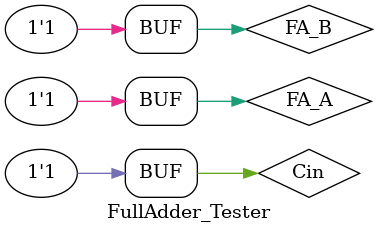
<source format=v>
`timescale 1ns / 1ps


module FullAdder_Tester;

	// Inputs
	reg FA_A;
	reg FA_B;
	reg Cin;

	// Outputs
	wire FA_S;
	wire Cout;

	// Instantiate the Unit Under Test (UUT)
	FullAdder uut (
		.FA_A(FA_A), 
		.FA_B(FA_B), 
		.Cin(Cin), 
		.FA_S(FA_S), 
		.Cout(Cout)
	);

	initial begin
		// Initialize Inputs
		FA_B = 0;
		FA_A = 0;
		Cin = 0;

		#10;
		
		FA_B = 1;
		FA_A = 0;
		Cin = 0;

		#10;
		
		FA_B = 0;
		FA_A = 1;
		Cin = 0;

		#10;
		
		FA_B = 1;
		FA_A = 1;
		Cin = 0;

		#10;
		
		FA_B = 0;
		FA_A = 0;
		Cin = 1;

		#10;
		
		FA_B = 1;
		FA_A = 0;
		Cin = 1;

		#10;
		
		FA_B = 0;
		FA_A = 1;
		Cin = 1;

		#10;
		
		FA_B = 1;
		FA_A = 1;
		Cin = 1;

		#10;
        
		// Add stimulus here

	end
      
endmodule


</source>
